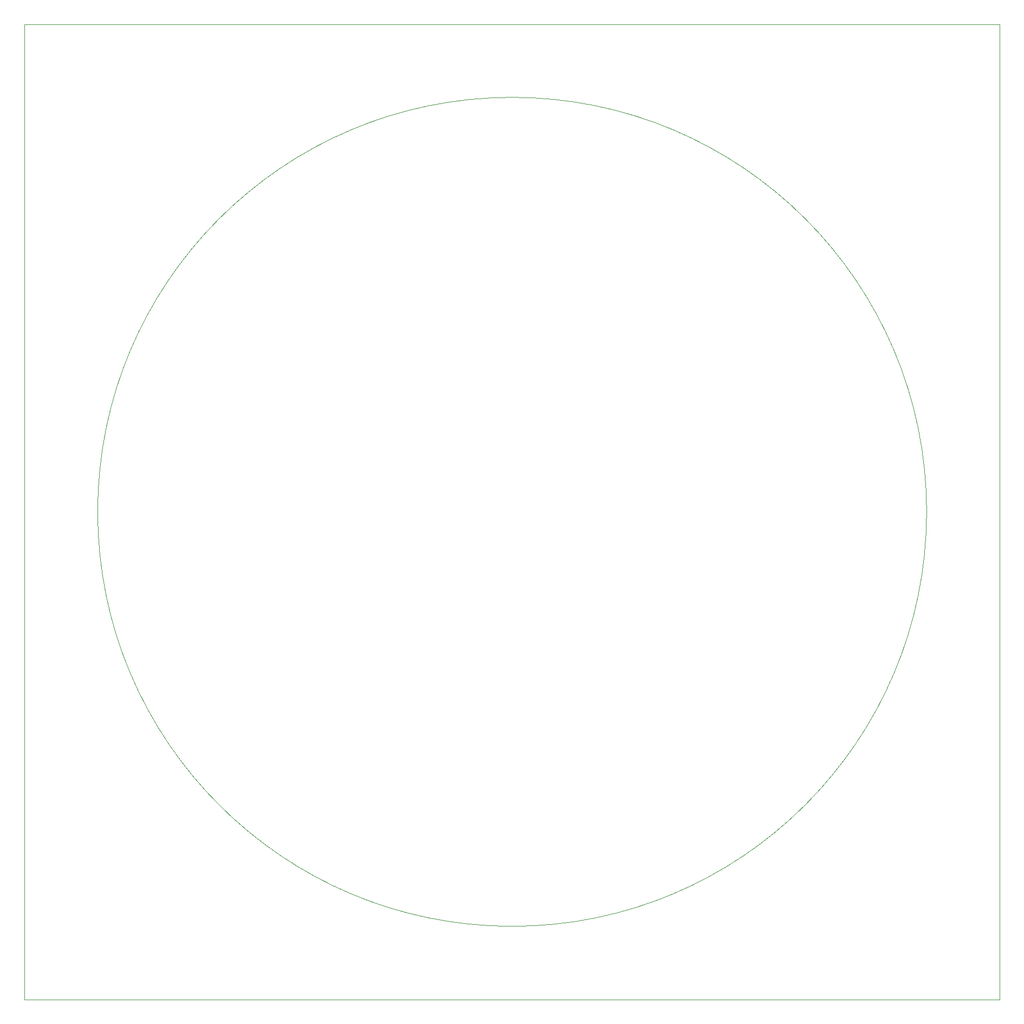
<source format=gbr>
%TF.GenerationSoftware,KiCad,Pcbnew,9.0.6*%
%TF.CreationDate,2025-12-17T16:52:13-05:00*%
%TF.ProjectId,HMS,484d532e-6b69-4636-9164-5f7063625858,rev?*%
%TF.SameCoordinates,Original*%
%TF.FileFunction,Profile,NP*%
%FSLAX46Y46*%
G04 Gerber Fmt 4.6, Leading zero omitted, Abs format (unit mm)*
G04 Created by KiCad (PCBNEW 9.0.6) date 2025-12-17 16:52:13*
%MOMM*%
%LPD*%
G01*
G04 APERTURE LIST*
%TA.AperFunction,Profile*%
%ADD10C,0.050000*%
%TD*%
G04 APERTURE END LIST*
D10*
X160858200Y-99568000D02*
G75*
G02*
X31318200Y-99568000I-64770000J0D01*
G01*
X31318200Y-99568000D02*
G75*
G02*
X160858200Y-99568000I64770000J0D01*
G01*
X19888200Y-23368000D02*
X172288200Y-23368000D01*
X172288200Y-175768000D01*
X19888200Y-175768000D01*
X19888200Y-23368000D01*
M02*

</source>
